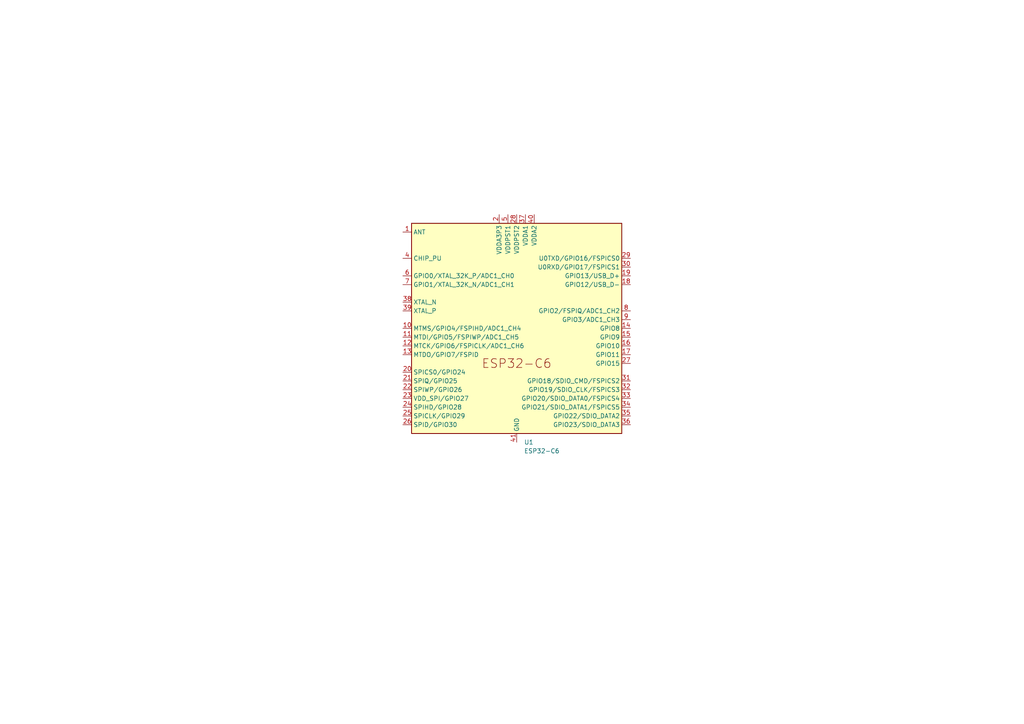
<source format=kicad_sch>
(kicad_sch (version 20250114) (generator "eeschema") (generator_version "9.0")
  (paper "A4")
  (lib_symbols
    (symbol "PCM_Espressif:ESP32-C6"
      (property "Reference" "U" (at -27.94 33.02 0))
      (property "Value" "ESP32-C6" (at 25.4 33.02 0))
      (symbol "ESP32-C6_0_0"
        (text "ESP32-C6" (at 0 -10.16 0) (effects (font (size 2.54 2.54))))
      )
      (symbol "ESP32-C6_0_1"
        (rectangle (start -30.48 30.48) (end 30.48 -30.48) (stroke (width 0.254)) (fill (type background)))
      )
      (symbol "ESP32-C6_1_1"
        (pin bidirectional line (at -33.02 27.94 0) (length 2.54) (name "ANT") (number "1"))
        (pin input line (at -33.02 20.32 0) (length 2.54) (name "CHIP_PU") (number "4"))
        (pin bidirectional line (at -33.02 15.24 0) (length 2.54) (name "GPIO0/XTAL_32K_P/ADC1_CH0") (number "6"))
        (pin bidirectional line (at -33.02 12.7 0) (length 2.54) (name "GPIO1/XTAL_32K_N/ADC1_CH1") (number "7"))
        (pin output line (at -33.02 7.62 0) (length 2.54) (name "XTAL_N") (number "38"))
        (pin input line (at -33.02 5.08 0) (length 2.54) (name "XTAL_P") (number "39"))
        (pin bidirectional line (at -33.02 0 0) (length 2.54) (name "MTMS/GPIO4/FSPIHD/ADC1_CH4") (number "10"))
        (pin bidirectional line (at -33.02 -2.54 0) (length 2.54) (name "MTDI/GPIO5/FSPIWP/ADC1_CH5") (number "11"))
        (pin bidirectional line (at -33.02 -5.08 0) (length 2.54) (name "MTCK/GPIO6/FSPICLK/ADC1_CH6") (number "12"))
        (pin bidirectional line (at -33.02 -7.62 0) (length 2.54) (name "MTDO/GPIO7/FSPID") (number "13"))
        (pin bidirectional line (at -33.02 -12.7 0) (length 2.54) (name "SPICS0/GPIO24") (number "20"))
        (pin bidirectional line (at -33.02 -15.24 0) (length 2.54) (name "SPIQ/GPIO25") (number "21"))
        (pin bidirectional line (at -33.02 -17.78 0) (length 2.54) (name "SPIWP/GPIO26") (number "22"))
        (pin bidirectional line (at -33.02 -20.32 0) (length 2.54) (name "VDD_SPI/GPIO27") (number "23"))
        (pin bidirectional line (at -33.02 -22.86 0) (length 2.54) (name "SPIHD/GPIO28") (number "24"))
        (pin bidirectional line (at -33.02 -25.4 0) (length 2.54) (name "SPICLK/GPIO29") (number "25"))
        (pin bidirectional line (at -33.02 -27.94 0) (length 2.54) (name "SPID/GPIO30") (number "26"))
        (pin power_in line (at -5.08 33.02 270) (length 2.54) (name "VDDA3P3") (number "2"))
        (pin passive line (at -5.08 33.02 270) (length 2.54) (hide yes) (name "VDDA3P3") (number "3"))
        (pin power_in line (at -2.54 33.02 270) (length 2.54) (name "VDDPST1") (number "5"))
        (pin power_in line (at 0 33.02 270) (length 2.54) (name "VDDPST2") (number "28"))
        (pin power_in line (at 0 -33.02 90) (length 2.54) (name "GND") (number "41"))
        (pin power_in line (at 2.54 33.02 270) (length 2.54) (name "VDDA1") (number "37"))
        (pin power_in line (at 5.08 33.02 270) (length 2.54) (name "VDDA2") (number "40"))
        (pin bidirectional line (at 33.02 20.32 180) (length 2.54) (name "U0TXD/GPIO16/FSPICS0") (number "29"))
        (pin bidirectional line (at 33.02 17.78 180) (length 2.54) (name "U0RXD/GPIO17/FSPICS1") (number "30"))
        (pin bidirectional line (at 33.02 15.24 180) (length 2.54) (name "GPIO13/USB_D+") (number "19"))
        (pin bidirectional line (at 33.02 12.7 180) (length 2.54) (name "GPIO12/USB_D-") (number "18"))
        (pin bidirectional line (at 33.02 5.08 180) (length 2.54) (name "GPIO2/FSPIQ/ADC1_CH2") (number "8"))
        (pin bidirectional line (at 33.02 2.54 180) (length 2.54) (name "GPIO3/ADC1_CH3") (number "9"))
        (pin bidirectional line (at 33.02 0 180) (length 2.54) (name "GPIO8") (number "14"))
        (pin bidirectional line (at 33.02 -2.54 180) (length 2.54) (name "GPIO9") (number "15"))
        (pin bidirectional line (at 33.02 -5.08 180) (length 2.54) (name "GPIO10") (number "16"))
        (pin bidirectional line (at 33.02 -7.62 180) (length 2.54) (name "GPIO11") (number "17"))
        (pin bidirectional line (at 33.02 -10.16 180) (length 2.54) (name "GPIO15") (number "27"))
        (pin bidirectional line (at 33.02 -15.24 180) (length 2.54) (name "GPIO18/SDIO_CMD/FSPICS2") (number "31"))
        (pin bidirectional line (at 33.02 -17.78 180) (length 2.54) (name "GPIO19/SDIO_CLK/FSPICS3") (number "32"))
        (pin bidirectional line (at 33.02 -20.32 180) (length 2.54) (name "GPIO20/SDIO_DATA0/FSPICS4") (number "33"))
        (pin bidirectional line (at 33.02 -22.86 180) (length 2.54) (name "GPIO21/SDIO_DATA1/FSPICS5") (number "34"))
        (pin bidirectional line (at 33.02 -25.4 180) (length 2.54) (name "GPIO22/SDIO_DATA2") (number "35"))
        (pin bidirectional line (at 33.02 -27.94 180) (length 2.54) (name "GPIO23/SDIO_DATA3") (number "36"))
      )
    )
  )
  (symbol (lib_id "PCM_Espressif:ESP32-C6") (at 149.86 95.25 0) (unit 1)
    (property "Reference" "U1" (at 152.0033 128.27 0) (effects (justify left)))
    (property "Value" "ESP32-C6" (at 152.0033 130.81 0) (effects (justify left)))
    (property "Footprint" "Package_DFN_QFN:QFN-40-1EP_5x5mm_P0.4mm_EP3.6x3.6mm" (effects (hide yes)))
    (property "Datasheet" "https://www.espressif.com/sites/default/files/documentation/esp32-c6_datasheet_en.pdf" (effects (hide yes)))
    (property "Description" "ESP32C6,ultra-low-power SoC with RISC-V single-core microprocessor,2.4 GHz Wi-Fi 6 (802.11 ax), Bluetooth 5 (LE), Zigbee and Thread (802.15.4),QFN-40" (effects (hide yes)))
  )
)
</source>
